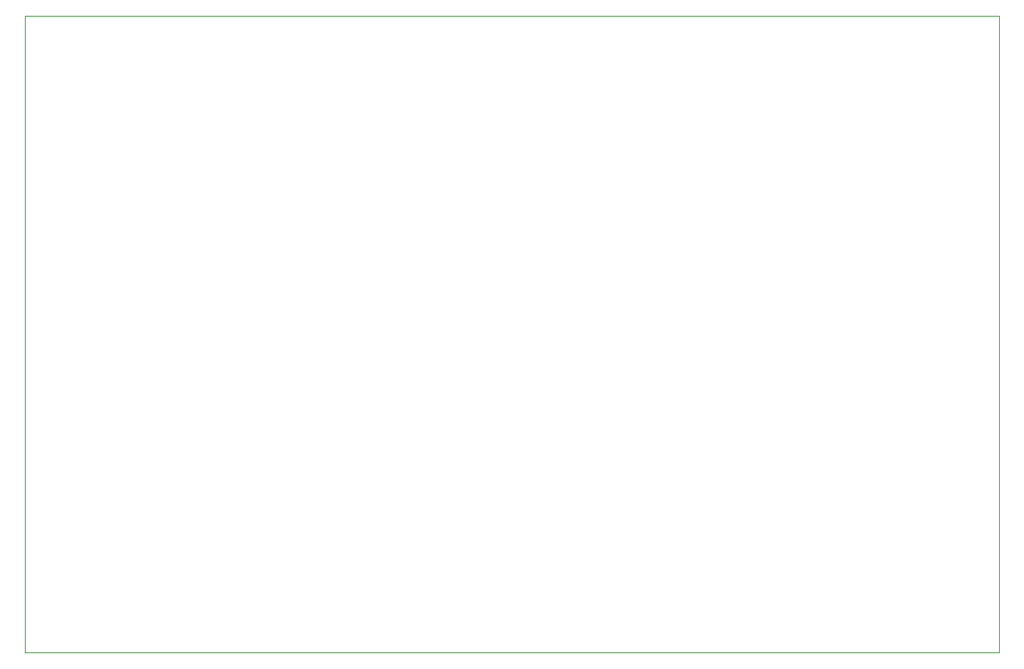
<source format=gm1>
G04 #@! TF.GenerationSoftware,KiCad,Pcbnew,7.0.10*
G04 #@! TF.CreationDate,2024-03-08T11:35:51-05:00*
G04 #@! TF.ProjectId,swipe-stack-hub,73776970-652d-4737-9461-636b2d687562,rev?*
G04 #@! TF.SameCoordinates,Original*
G04 #@! TF.FileFunction,Profile,NP*
%FSLAX46Y46*%
G04 Gerber Fmt 4.6, Leading zero omitted, Abs format (unit mm)*
G04 Created by KiCad (PCBNEW 7.0.10) date 2024-03-08 11:35:51*
%MOMM*%
%LPD*%
G01*
G04 APERTURE LIST*
G04 #@! TA.AperFunction,Profile*
%ADD10C,0.100000*%
G04 #@! TD*
G04 APERTURE END LIST*
D10*
X89154000Y-86106000D02*
X198374000Y-86106000D01*
X198374000Y-157480000D01*
X89154000Y-157480000D01*
X89154000Y-86106000D01*
M02*

</source>
